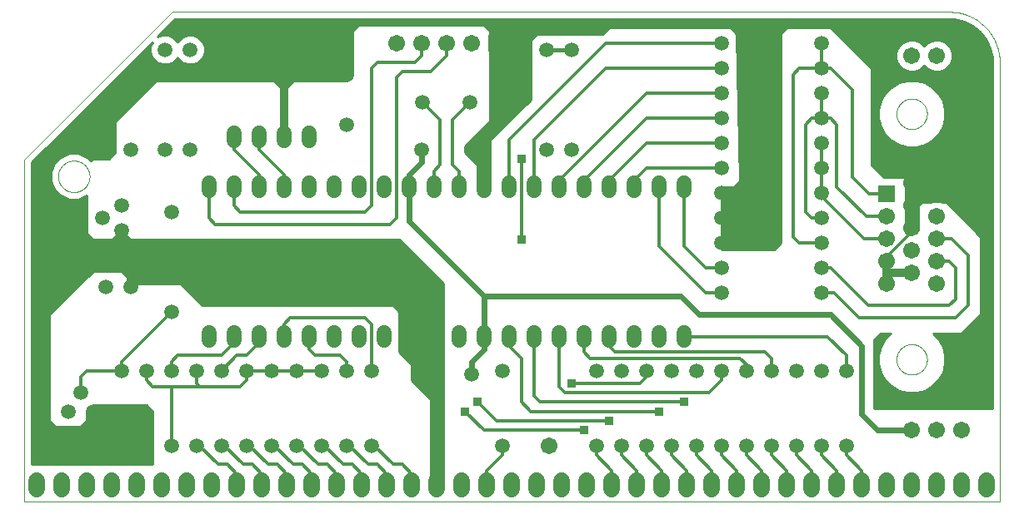
<source format=gbl>
G75*
%MOIN*%
%OFA0B0*%
%FSLAX25Y25*%
%IPPOS*%
%LPD*%
%AMOC8*
5,1,8,0,0,1.08239X$1,22.5*
%
%ADD10C,0.00000*%
%ADD11C,0.06732*%
%ADD12C,0.05984*%
%ADD13C,0.05984*%
%ADD14R,0.06732X0.06732*%
%ADD15C,0.06732*%
%ADD16C,0.01400*%
%ADD17C,0.01200*%
%ADD18C,0.03200*%
%ADD19C,0.01000*%
%ADD20C,0.02400*%
%ADD21C,0.01600*%
%ADD22R,0.03369X0.03369*%
D10*
X0001500Y0001000D02*
X0001500Y0138201D01*
X0060598Y0197299D01*
X0371602Y0197299D01*
X0372087Y0197293D01*
X0372572Y0197276D01*
X0373056Y0197246D01*
X0373540Y0197205D01*
X0374022Y0197153D01*
X0374503Y0197088D01*
X0374982Y0197012D01*
X0375460Y0196925D01*
X0375935Y0196826D01*
X0376407Y0196716D01*
X0376877Y0196594D01*
X0377344Y0196461D01*
X0377807Y0196316D01*
X0378266Y0196161D01*
X0378722Y0195994D01*
X0379174Y0195817D01*
X0379621Y0195628D01*
X0380063Y0195429D01*
X0380501Y0195219D01*
X0380933Y0194999D01*
X0381360Y0194768D01*
X0381781Y0194527D01*
X0382196Y0194276D01*
X0382606Y0194015D01*
X0383008Y0193745D01*
X0383404Y0193464D01*
X0383793Y0193174D01*
X0384175Y0192875D01*
X0384550Y0192567D01*
X0384917Y0192249D01*
X0385276Y0191923D01*
X0385627Y0191589D01*
X0385971Y0191245D01*
X0386305Y0190894D01*
X0386631Y0190535D01*
X0386949Y0190168D01*
X0387257Y0189793D01*
X0387556Y0189411D01*
X0387846Y0189022D01*
X0388127Y0188626D01*
X0388397Y0188224D01*
X0388658Y0187814D01*
X0388909Y0187399D01*
X0389150Y0186978D01*
X0389381Y0186551D01*
X0389601Y0186119D01*
X0389811Y0185681D01*
X0390010Y0185239D01*
X0390199Y0184792D01*
X0390376Y0184340D01*
X0390543Y0183884D01*
X0390698Y0183425D01*
X0390843Y0182962D01*
X0390976Y0182495D01*
X0391098Y0182025D01*
X0391208Y0181553D01*
X0391307Y0181078D01*
X0391394Y0180600D01*
X0391470Y0180121D01*
X0391535Y0179640D01*
X0391587Y0179158D01*
X0391628Y0178674D01*
X0391658Y0178190D01*
X0391675Y0177705D01*
X0391681Y0177220D01*
X0391681Y0001000D01*
X0001500Y0001000D01*
X0015000Y0131402D02*
X0015002Y0131560D01*
X0015008Y0131718D01*
X0015018Y0131876D01*
X0015032Y0132034D01*
X0015050Y0132191D01*
X0015071Y0132348D01*
X0015097Y0132504D01*
X0015127Y0132660D01*
X0015160Y0132815D01*
X0015198Y0132968D01*
X0015239Y0133121D01*
X0015284Y0133273D01*
X0015333Y0133424D01*
X0015386Y0133573D01*
X0015442Y0133721D01*
X0015502Y0133867D01*
X0015566Y0134012D01*
X0015634Y0134155D01*
X0015705Y0134297D01*
X0015779Y0134437D01*
X0015857Y0134574D01*
X0015939Y0134710D01*
X0016023Y0134844D01*
X0016112Y0134975D01*
X0016203Y0135104D01*
X0016298Y0135231D01*
X0016395Y0135356D01*
X0016496Y0135478D01*
X0016600Y0135597D01*
X0016707Y0135714D01*
X0016817Y0135828D01*
X0016930Y0135939D01*
X0017045Y0136048D01*
X0017163Y0136153D01*
X0017284Y0136255D01*
X0017407Y0136355D01*
X0017533Y0136451D01*
X0017661Y0136544D01*
X0017791Y0136634D01*
X0017924Y0136720D01*
X0018059Y0136804D01*
X0018195Y0136883D01*
X0018334Y0136960D01*
X0018475Y0137032D01*
X0018617Y0137102D01*
X0018761Y0137167D01*
X0018907Y0137229D01*
X0019054Y0137287D01*
X0019203Y0137342D01*
X0019353Y0137393D01*
X0019504Y0137440D01*
X0019656Y0137483D01*
X0019809Y0137522D01*
X0019964Y0137558D01*
X0020119Y0137589D01*
X0020275Y0137617D01*
X0020431Y0137641D01*
X0020588Y0137661D01*
X0020746Y0137677D01*
X0020903Y0137689D01*
X0021062Y0137697D01*
X0021220Y0137701D01*
X0021378Y0137701D01*
X0021536Y0137697D01*
X0021695Y0137689D01*
X0021852Y0137677D01*
X0022010Y0137661D01*
X0022167Y0137641D01*
X0022323Y0137617D01*
X0022479Y0137589D01*
X0022634Y0137558D01*
X0022789Y0137522D01*
X0022942Y0137483D01*
X0023094Y0137440D01*
X0023245Y0137393D01*
X0023395Y0137342D01*
X0023544Y0137287D01*
X0023691Y0137229D01*
X0023837Y0137167D01*
X0023981Y0137102D01*
X0024123Y0137032D01*
X0024264Y0136960D01*
X0024403Y0136883D01*
X0024539Y0136804D01*
X0024674Y0136720D01*
X0024807Y0136634D01*
X0024937Y0136544D01*
X0025065Y0136451D01*
X0025191Y0136355D01*
X0025314Y0136255D01*
X0025435Y0136153D01*
X0025553Y0136048D01*
X0025668Y0135939D01*
X0025781Y0135828D01*
X0025891Y0135714D01*
X0025998Y0135597D01*
X0026102Y0135478D01*
X0026203Y0135356D01*
X0026300Y0135231D01*
X0026395Y0135104D01*
X0026486Y0134975D01*
X0026575Y0134844D01*
X0026659Y0134710D01*
X0026741Y0134574D01*
X0026819Y0134437D01*
X0026893Y0134297D01*
X0026964Y0134155D01*
X0027032Y0134012D01*
X0027096Y0133867D01*
X0027156Y0133721D01*
X0027212Y0133573D01*
X0027265Y0133424D01*
X0027314Y0133273D01*
X0027359Y0133121D01*
X0027400Y0132968D01*
X0027438Y0132815D01*
X0027471Y0132660D01*
X0027501Y0132504D01*
X0027527Y0132348D01*
X0027548Y0132191D01*
X0027566Y0132034D01*
X0027580Y0131876D01*
X0027590Y0131718D01*
X0027596Y0131560D01*
X0027598Y0131402D01*
X0027596Y0131244D01*
X0027590Y0131086D01*
X0027580Y0130928D01*
X0027566Y0130770D01*
X0027548Y0130613D01*
X0027527Y0130456D01*
X0027501Y0130300D01*
X0027471Y0130144D01*
X0027438Y0129989D01*
X0027400Y0129836D01*
X0027359Y0129683D01*
X0027314Y0129531D01*
X0027265Y0129380D01*
X0027212Y0129231D01*
X0027156Y0129083D01*
X0027096Y0128937D01*
X0027032Y0128792D01*
X0026964Y0128649D01*
X0026893Y0128507D01*
X0026819Y0128367D01*
X0026741Y0128230D01*
X0026659Y0128094D01*
X0026575Y0127960D01*
X0026486Y0127829D01*
X0026395Y0127700D01*
X0026300Y0127573D01*
X0026203Y0127448D01*
X0026102Y0127326D01*
X0025998Y0127207D01*
X0025891Y0127090D01*
X0025781Y0126976D01*
X0025668Y0126865D01*
X0025553Y0126756D01*
X0025435Y0126651D01*
X0025314Y0126549D01*
X0025191Y0126449D01*
X0025065Y0126353D01*
X0024937Y0126260D01*
X0024807Y0126170D01*
X0024674Y0126084D01*
X0024539Y0126000D01*
X0024403Y0125921D01*
X0024264Y0125844D01*
X0024123Y0125772D01*
X0023981Y0125702D01*
X0023837Y0125637D01*
X0023691Y0125575D01*
X0023544Y0125517D01*
X0023395Y0125462D01*
X0023245Y0125411D01*
X0023094Y0125364D01*
X0022942Y0125321D01*
X0022789Y0125282D01*
X0022634Y0125246D01*
X0022479Y0125215D01*
X0022323Y0125187D01*
X0022167Y0125163D01*
X0022010Y0125143D01*
X0021852Y0125127D01*
X0021695Y0125115D01*
X0021536Y0125107D01*
X0021378Y0125103D01*
X0021220Y0125103D01*
X0021062Y0125107D01*
X0020903Y0125115D01*
X0020746Y0125127D01*
X0020588Y0125143D01*
X0020431Y0125163D01*
X0020275Y0125187D01*
X0020119Y0125215D01*
X0019964Y0125246D01*
X0019809Y0125282D01*
X0019656Y0125321D01*
X0019504Y0125364D01*
X0019353Y0125411D01*
X0019203Y0125462D01*
X0019054Y0125517D01*
X0018907Y0125575D01*
X0018761Y0125637D01*
X0018617Y0125702D01*
X0018475Y0125772D01*
X0018334Y0125844D01*
X0018195Y0125921D01*
X0018059Y0126000D01*
X0017924Y0126084D01*
X0017791Y0126170D01*
X0017661Y0126260D01*
X0017533Y0126353D01*
X0017407Y0126449D01*
X0017284Y0126549D01*
X0017163Y0126651D01*
X0017045Y0126756D01*
X0016930Y0126865D01*
X0016817Y0126976D01*
X0016707Y0127090D01*
X0016600Y0127207D01*
X0016496Y0127326D01*
X0016395Y0127448D01*
X0016298Y0127573D01*
X0016203Y0127700D01*
X0016112Y0127829D01*
X0016023Y0127960D01*
X0015939Y0128094D01*
X0015857Y0128230D01*
X0015779Y0128367D01*
X0015705Y0128507D01*
X0015634Y0128649D01*
X0015566Y0128792D01*
X0015502Y0128937D01*
X0015442Y0129083D01*
X0015386Y0129231D01*
X0015333Y0129380D01*
X0015284Y0129531D01*
X0015239Y0129683D01*
X0015198Y0129836D01*
X0015160Y0129989D01*
X0015127Y0130144D01*
X0015097Y0130300D01*
X0015071Y0130456D01*
X0015050Y0130613D01*
X0015032Y0130770D01*
X0015018Y0130928D01*
X0015008Y0131086D01*
X0015002Y0131244D01*
X0015000Y0131402D01*
X0350398Y0156463D02*
X0350400Y0156619D01*
X0350406Y0156775D01*
X0350416Y0156930D01*
X0350430Y0157085D01*
X0350448Y0157240D01*
X0350470Y0157394D01*
X0350495Y0157548D01*
X0350525Y0157701D01*
X0350559Y0157853D01*
X0350596Y0158005D01*
X0350637Y0158155D01*
X0350682Y0158304D01*
X0350731Y0158452D01*
X0350784Y0158599D01*
X0350840Y0158744D01*
X0350900Y0158888D01*
X0350964Y0159030D01*
X0351032Y0159171D01*
X0351103Y0159309D01*
X0351177Y0159446D01*
X0351255Y0159581D01*
X0351336Y0159714D01*
X0351421Y0159845D01*
X0351509Y0159974D01*
X0351600Y0160100D01*
X0351695Y0160224D01*
X0351792Y0160345D01*
X0351893Y0160464D01*
X0351997Y0160581D01*
X0352103Y0160694D01*
X0352213Y0160805D01*
X0352325Y0160913D01*
X0352440Y0161018D01*
X0352558Y0161121D01*
X0352678Y0161220D01*
X0352801Y0161316D01*
X0352926Y0161409D01*
X0353053Y0161498D01*
X0353183Y0161585D01*
X0353315Y0161668D01*
X0353449Y0161747D01*
X0353585Y0161824D01*
X0353723Y0161896D01*
X0353862Y0161966D01*
X0354004Y0162031D01*
X0354147Y0162093D01*
X0354291Y0162151D01*
X0354437Y0162206D01*
X0354585Y0162257D01*
X0354733Y0162304D01*
X0354883Y0162347D01*
X0355034Y0162386D01*
X0355186Y0162422D01*
X0355338Y0162453D01*
X0355492Y0162481D01*
X0355646Y0162505D01*
X0355800Y0162525D01*
X0355955Y0162541D01*
X0356111Y0162553D01*
X0356266Y0162561D01*
X0356422Y0162565D01*
X0356578Y0162565D01*
X0356734Y0162561D01*
X0356889Y0162553D01*
X0357045Y0162541D01*
X0357200Y0162525D01*
X0357354Y0162505D01*
X0357508Y0162481D01*
X0357662Y0162453D01*
X0357814Y0162422D01*
X0357966Y0162386D01*
X0358117Y0162347D01*
X0358267Y0162304D01*
X0358415Y0162257D01*
X0358563Y0162206D01*
X0358709Y0162151D01*
X0358853Y0162093D01*
X0358996Y0162031D01*
X0359138Y0161966D01*
X0359277Y0161896D01*
X0359415Y0161824D01*
X0359551Y0161747D01*
X0359685Y0161668D01*
X0359817Y0161585D01*
X0359947Y0161498D01*
X0360074Y0161409D01*
X0360199Y0161316D01*
X0360322Y0161220D01*
X0360442Y0161121D01*
X0360560Y0161018D01*
X0360675Y0160913D01*
X0360787Y0160805D01*
X0360897Y0160694D01*
X0361003Y0160581D01*
X0361107Y0160464D01*
X0361208Y0160345D01*
X0361305Y0160224D01*
X0361400Y0160100D01*
X0361491Y0159974D01*
X0361579Y0159845D01*
X0361664Y0159714D01*
X0361745Y0159581D01*
X0361823Y0159446D01*
X0361897Y0159309D01*
X0361968Y0159171D01*
X0362036Y0159030D01*
X0362100Y0158888D01*
X0362160Y0158744D01*
X0362216Y0158599D01*
X0362269Y0158452D01*
X0362318Y0158304D01*
X0362363Y0158155D01*
X0362404Y0158005D01*
X0362441Y0157853D01*
X0362475Y0157701D01*
X0362505Y0157548D01*
X0362530Y0157394D01*
X0362552Y0157240D01*
X0362570Y0157085D01*
X0362584Y0156930D01*
X0362594Y0156775D01*
X0362600Y0156619D01*
X0362602Y0156463D01*
X0362600Y0156307D01*
X0362594Y0156151D01*
X0362584Y0155996D01*
X0362570Y0155841D01*
X0362552Y0155686D01*
X0362530Y0155532D01*
X0362505Y0155378D01*
X0362475Y0155225D01*
X0362441Y0155073D01*
X0362404Y0154921D01*
X0362363Y0154771D01*
X0362318Y0154622D01*
X0362269Y0154474D01*
X0362216Y0154327D01*
X0362160Y0154182D01*
X0362100Y0154038D01*
X0362036Y0153896D01*
X0361968Y0153755D01*
X0361897Y0153617D01*
X0361823Y0153480D01*
X0361745Y0153345D01*
X0361664Y0153212D01*
X0361579Y0153081D01*
X0361491Y0152952D01*
X0361400Y0152826D01*
X0361305Y0152702D01*
X0361208Y0152581D01*
X0361107Y0152462D01*
X0361003Y0152345D01*
X0360897Y0152232D01*
X0360787Y0152121D01*
X0360675Y0152013D01*
X0360560Y0151908D01*
X0360442Y0151805D01*
X0360322Y0151706D01*
X0360199Y0151610D01*
X0360074Y0151517D01*
X0359947Y0151428D01*
X0359817Y0151341D01*
X0359685Y0151258D01*
X0359551Y0151179D01*
X0359415Y0151102D01*
X0359277Y0151030D01*
X0359138Y0150960D01*
X0358996Y0150895D01*
X0358853Y0150833D01*
X0358709Y0150775D01*
X0358563Y0150720D01*
X0358415Y0150669D01*
X0358267Y0150622D01*
X0358117Y0150579D01*
X0357966Y0150540D01*
X0357814Y0150504D01*
X0357662Y0150473D01*
X0357508Y0150445D01*
X0357354Y0150421D01*
X0357200Y0150401D01*
X0357045Y0150385D01*
X0356889Y0150373D01*
X0356734Y0150365D01*
X0356578Y0150361D01*
X0356422Y0150361D01*
X0356266Y0150365D01*
X0356111Y0150373D01*
X0355955Y0150385D01*
X0355800Y0150401D01*
X0355646Y0150421D01*
X0355492Y0150445D01*
X0355338Y0150473D01*
X0355186Y0150504D01*
X0355034Y0150540D01*
X0354883Y0150579D01*
X0354733Y0150622D01*
X0354585Y0150669D01*
X0354437Y0150720D01*
X0354291Y0150775D01*
X0354147Y0150833D01*
X0354004Y0150895D01*
X0353862Y0150960D01*
X0353723Y0151030D01*
X0353585Y0151102D01*
X0353449Y0151179D01*
X0353315Y0151258D01*
X0353183Y0151341D01*
X0353053Y0151428D01*
X0352926Y0151517D01*
X0352801Y0151610D01*
X0352678Y0151706D01*
X0352558Y0151805D01*
X0352440Y0151908D01*
X0352325Y0152013D01*
X0352213Y0152121D01*
X0352103Y0152232D01*
X0351997Y0152345D01*
X0351893Y0152462D01*
X0351792Y0152581D01*
X0351695Y0152702D01*
X0351600Y0152826D01*
X0351509Y0152952D01*
X0351421Y0153081D01*
X0351336Y0153212D01*
X0351255Y0153345D01*
X0351177Y0153480D01*
X0351103Y0153617D01*
X0351032Y0153755D01*
X0350964Y0153896D01*
X0350900Y0154038D01*
X0350840Y0154182D01*
X0350784Y0154327D01*
X0350731Y0154474D01*
X0350682Y0154622D01*
X0350637Y0154771D01*
X0350596Y0154921D01*
X0350559Y0155073D01*
X0350525Y0155225D01*
X0350495Y0155378D01*
X0350470Y0155532D01*
X0350448Y0155686D01*
X0350430Y0155841D01*
X0350416Y0155996D01*
X0350406Y0156151D01*
X0350400Y0156307D01*
X0350398Y0156463D01*
X0350398Y0058037D02*
X0350400Y0058193D01*
X0350406Y0058349D01*
X0350416Y0058504D01*
X0350430Y0058659D01*
X0350448Y0058814D01*
X0350470Y0058968D01*
X0350495Y0059122D01*
X0350525Y0059275D01*
X0350559Y0059427D01*
X0350596Y0059579D01*
X0350637Y0059729D01*
X0350682Y0059878D01*
X0350731Y0060026D01*
X0350784Y0060173D01*
X0350840Y0060318D01*
X0350900Y0060462D01*
X0350964Y0060604D01*
X0351032Y0060745D01*
X0351103Y0060883D01*
X0351177Y0061020D01*
X0351255Y0061155D01*
X0351336Y0061288D01*
X0351421Y0061419D01*
X0351509Y0061548D01*
X0351600Y0061674D01*
X0351695Y0061798D01*
X0351792Y0061919D01*
X0351893Y0062038D01*
X0351997Y0062155D01*
X0352103Y0062268D01*
X0352213Y0062379D01*
X0352325Y0062487D01*
X0352440Y0062592D01*
X0352558Y0062695D01*
X0352678Y0062794D01*
X0352801Y0062890D01*
X0352926Y0062983D01*
X0353053Y0063072D01*
X0353183Y0063159D01*
X0353315Y0063242D01*
X0353449Y0063321D01*
X0353585Y0063398D01*
X0353723Y0063470D01*
X0353862Y0063540D01*
X0354004Y0063605D01*
X0354147Y0063667D01*
X0354291Y0063725D01*
X0354437Y0063780D01*
X0354585Y0063831D01*
X0354733Y0063878D01*
X0354883Y0063921D01*
X0355034Y0063960D01*
X0355186Y0063996D01*
X0355338Y0064027D01*
X0355492Y0064055D01*
X0355646Y0064079D01*
X0355800Y0064099D01*
X0355955Y0064115D01*
X0356111Y0064127D01*
X0356266Y0064135D01*
X0356422Y0064139D01*
X0356578Y0064139D01*
X0356734Y0064135D01*
X0356889Y0064127D01*
X0357045Y0064115D01*
X0357200Y0064099D01*
X0357354Y0064079D01*
X0357508Y0064055D01*
X0357662Y0064027D01*
X0357814Y0063996D01*
X0357966Y0063960D01*
X0358117Y0063921D01*
X0358267Y0063878D01*
X0358415Y0063831D01*
X0358563Y0063780D01*
X0358709Y0063725D01*
X0358853Y0063667D01*
X0358996Y0063605D01*
X0359138Y0063540D01*
X0359277Y0063470D01*
X0359415Y0063398D01*
X0359551Y0063321D01*
X0359685Y0063242D01*
X0359817Y0063159D01*
X0359947Y0063072D01*
X0360074Y0062983D01*
X0360199Y0062890D01*
X0360322Y0062794D01*
X0360442Y0062695D01*
X0360560Y0062592D01*
X0360675Y0062487D01*
X0360787Y0062379D01*
X0360897Y0062268D01*
X0361003Y0062155D01*
X0361107Y0062038D01*
X0361208Y0061919D01*
X0361305Y0061798D01*
X0361400Y0061674D01*
X0361491Y0061548D01*
X0361579Y0061419D01*
X0361664Y0061288D01*
X0361745Y0061155D01*
X0361823Y0061020D01*
X0361897Y0060883D01*
X0361968Y0060745D01*
X0362036Y0060604D01*
X0362100Y0060462D01*
X0362160Y0060318D01*
X0362216Y0060173D01*
X0362269Y0060026D01*
X0362318Y0059878D01*
X0362363Y0059729D01*
X0362404Y0059579D01*
X0362441Y0059427D01*
X0362475Y0059275D01*
X0362505Y0059122D01*
X0362530Y0058968D01*
X0362552Y0058814D01*
X0362570Y0058659D01*
X0362584Y0058504D01*
X0362594Y0058349D01*
X0362600Y0058193D01*
X0362602Y0058037D01*
X0362600Y0057881D01*
X0362594Y0057725D01*
X0362584Y0057570D01*
X0362570Y0057415D01*
X0362552Y0057260D01*
X0362530Y0057106D01*
X0362505Y0056952D01*
X0362475Y0056799D01*
X0362441Y0056647D01*
X0362404Y0056495D01*
X0362363Y0056345D01*
X0362318Y0056196D01*
X0362269Y0056048D01*
X0362216Y0055901D01*
X0362160Y0055756D01*
X0362100Y0055612D01*
X0362036Y0055470D01*
X0361968Y0055329D01*
X0361897Y0055191D01*
X0361823Y0055054D01*
X0361745Y0054919D01*
X0361664Y0054786D01*
X0361579Y0054655D01*
X0361491Y0054526D01*
X0361400Y0054400D01*
X0361305Y0054276D01*
X0361208Y0054155D01*
X0361107Y0054036D01*
X0361003Y0053919D01*
X0360897Y0053806D01*
X0360787Y0053695D01*
X0360675Y0053587D01*
X0360560Y0053482D01*
X0360442Y0053379D01*
X0360322Y0053280D01*
X0360199Y0053184D01*
X0360074Y0053091D01*
X0359947Y0053002D01*
X0359817Y0052915D01*
X0359685Y0052832D01*
X0359551Y0052753D01*
X0359415Y0052676D01*
X0359277Y0052604D01*
X0359138Y0052534D01*
X0358996Y0052469D01*
X0358853Y0052407D01*
X0358709Y0052349D01*
X0358563Y0052294D01*
X0358415Y0052243D01*
X0358267Y0052196D01*
X0358117Y0052153D01*
X0357966Y0052114D01*
X0357814Y0052078D01*
X0357662Y0052047D01*
X0357508Y0052019D01*
X0357354Y0051995D01*
X0357200Y0051975D01*
X0357045Y0051959D01*
X0356889Y0051947D01*
X0356734Y0051939D01*
X0356578Y0051935D01*
X0356422Y0051935D01*
X0356266Y0051939D01*
X0356111Y0051947D01*
X0355955Y0051959D01*
X0355800Y0051975D01*
X0355646Y0051995D01*
X0355492Y0052019D01*
X0355338Y0052047D01*
X0355186Y0052078D01*
X0355034Y0052114D01*
X0354883Y0052153D01*
X0354733Y0052196D01*
X0354585Y0052243D01*
X0354437Y0052294D01*
X0354291Y0052349D01*
X0354147Y0052407D01*
X0354004Y0052469D01*
X0353862Y0052534D01*
X0353723Y0052604D01*
X0353585Y0052676D01*
X0353449Y0052753D01*
X0353315Y0052832D01*
X0353183Y0052915D01*
X0353053Y0053002D01*
X0352926Y0053091D01*
X0352801Y0053184D01*
X0352678Y0053280D01*
X0352558Y0053379D01*
X0352440Y0053482D01*
X0352325Y0053587D01*
X0352213Y0053695D01*
X0352103Y0053806D01*
X0351997Y0053919D01*
X0351893Y0054036D01*
X0351792Y0054155D01*
X0351695Y0054276D01*
X0351600Y0054400D01*
X0351509Y0054526D01*
X0351421Y0054655D01*
X0351336Y0054786D01*
X0351255Y0054919D01*
X0351177Y0055054D01*
X0351103Y0055191D01*
X0351032Y0055329D01*
X0350964Y0055470D01*
X0350900Y0055612D01*
X0350840Y0055756D01*
X0350784Y0055901D01*
X0350731Y0056048D01*
X0350682Y0056196D01*
X0350637Y0056345D01*
X0350596Y0056495D01*
X0350559Y0056647D01*
X0350525Y0056799D01*
X0350495Y0056952D01*
X0350470Y0057106D01*
X0350448Y0057260D01*
X0350430Y0057415D01*
X0350416Y0057570D01*
X0350406Y0057725D01*
X0350400Y0057881D01*
X0350398Y0058037D01*
D11*
X0346500Y0009267D02*
X0346500Y0006237D01*
X0356500Y0006237D02*
X0356500Y0009267D01*
X0366500Y0009267D02*
X0366500Y0006237D01*
X0376500Y0006237D02*
X0376500Y0009267D01*
X0386500Y0009267D02*
X0386500Y0006237D01*
X0336500Y0006237D02*
X0336500Y0009267D01*
X0326500Y0009267D02*
X0326500Y0006237D01*
X0316500Y0006237D02*
X0316500Y0009267D01*
X0306500Y0009267D02*
X0306500Y0006237D01*
X0296500Y0006237D02*
X0296500Y0009267D01*
X0286500Y0009267D02*
X0286500Y0006237D01*
X0276500Y0006237D02*
X0276500Y0009267D01*
X0266500Y0009267D02*
X0266500Y0006237D01*
X0256500Y0006237D02*
X0256500Y0009267D01*
X0246500Y0009267D02*
X0246500Y0006237D01*
X0236500Y0006237D02*
X0236500Y0009267D01*
X0226500Y0009267D02*
X0226500Y0006237D01*
X0216500Y0006237D02*
X0216500Y0009267D01*
X0206500Y0009267D02*
X0206500Y0006237D01*
X0196500Y0006237D02*
X0196500Y0009267D01*
X0186500Y0009267D02*
X0186500Y0006237D01*
X0176500Y0006237D02*
X0176500Y0009267D01*
X0166500Y0009267D02*
X0166500Y0006237D01*
X0156500Y0006237D02*
X0156500Y0009267D01*
X0146500Y0009267D02*
X0146500Y0006237D01*
X0136500Y0006237D02*
X0136500Y0009267D01*
X0126500Y0009267D02*
X0126500Y0006237D01*
X0116500Y0006237D02*
X0116500Y0009267D01*
X0106500Y0009267D02*
X0106500Y0006237D01*
X0096500Y0006237D02*
X0096500Y0009267D01*
X0086500Y0009267D02*
X0086500Y0006237D01*
X0076500Y0006237D02*
X0076500Y0009267D01*
X0066500Y0009267D02*
X0066500Y0006237D01*
X0056500Y0006237D02*
X0056500Y0009267D01*
X0046500Y0009267D02*
X0046500Y0006237D01*
X0036500Y0006237D02*
X0036500Y0009267D01*
X0026500Y0009267D02*
X0026500Y0006237D01*
X0016500Y0006237D02*
X0016500Y0009267D01*
X0006500Y0009267D02*
X0006500Y0006237D01*
D12*
X0075250Y0065904D02*
X0075250Y0068596D01*
X0085250Y0068596D02*
X0085250Y0065904D01*
X0095250Y0065904D02*
X0095250Y0068596D01*
X0105250Y0068596D02*
X0105250Y0065904D01*
X0115250Y0065904D02*
X0115250Y0068596D01*
X0125250Y0068596D02*
X0125250Y0065904D01*
X0135250Y0065904D02*
X0135250Y0068596D01*
X0145250Y0068596D02*
X0145250Y0065904D01*
X0155250Y0065904D02*
X0155250Y0068596D01*
X0165250Y0068596D02*
X0165250Y0065904D01*
X0175250Y0065904D02*
X0175250Y0068596D01*
X0185250Y0068596D02*
X0185250Y0065904D01*
X0195250Y0065904D02*
X0195250Y0068596D01*
X0205250Y0068596D02*
X0205250Y0065904D01*
X0215250Y0065904D02*
X0215250Y0068596D01*
X0225250Y0068596D02*
X0225250Y0065904D01*
X0235250Y0065904D02*
X0235250Y0068596D01*
X0245250Y0068596D02*
X0245250Y0065904D01*
X0255250Y0065904D02*
X0255250Y0068596D01*
X0265250Y0068596D02*
X0265250Y0065904D01*
X0265250Y0125904D02*
X0265250Y0128596D01*
X0255250Y0128596D02*
X0255250Y0125904D01*
X0245250Y0125904D02*
X0245250Y0128596D01*
X0235250Y0128596D02*
X0235250Y0125904D01*
X0225250Y0125904D02*
X0225250Y0128596D01*
X0215250Y0128596D02*
X0215250Y0125904D01*
X0205250Y0125904D02*
X0205250Y0128596D01*
X0195250Y0128596D02*
X0195250Y0125904D01*
X0185250Y0125904D02*
X0185250Y0128596D01*
X0175250Y0128596D02*
X0175250Y0125904D01*
X0165250Y0125904D02*
X0165250Y0128596D01*
X0155250Y0128596D02*
X0155250Y0125904D01*
X0145250Y0125904D02*
X0145250Y0128596D01*
X0135250Y0128596D02*
X0135250Y0125904D01*
X0125250Y0125904D02*
X0125250Y0128596D01*
X0115250Y0128596D02*
X0115250Y0125904D01*
X0105250Y0125904D02*
X0105250Y0128596D01*
X0095250Y0128596D02*
X0095250Y0125904D01*
X0085250Y0125904D02*
X0085250Y0128596D01*
X0075250Y0128596D02*
X0075250Y0125904D01*
X0085250Y0145904D02*
X0085250Y0148596D01*
X0095250Y0148596D02*
X0095250Y0145904D01*
X0105250Y0145904D02*
X0105250Y0148596D01*
X0115250Y0148596D02*
X0115250Y0145904D01*
X0115250Y0175904D02*
X0115250Y0178596D01*
X0105250Y0178596D02*
X0105250Y0175904D01*
X0095250Y0175904D02*
X0095250Y0178596D01*
X0085250Y0178596D02*
X0085250Y0175904D01*
D13*
X0067750Y0182250D03*
X0057750Y0182250D03*
X0130250Y0172250D03*
X0160750Y0161000D03*
X0179750Y0161000D03*
X0180250Y0142250D03*
X0160250Y0142250D03*
X0130250Y0152250D03*
X0067750Y0142250D03*
X0057750Y0142250D03*
X0044000Y0142250D03*
X0034000Y0142250D03*
X0040250Y0119750D03*
X0032750Y0114750D03*
X0040250Y0109750D03*
X0060250Y0117250D03*
X0044000Y0087250D03*
X0034000Y0087250D03*
X0060250Y0077250D03*
X0060250Y0053500D03*
X0070250Y0053500D03*
X0080250Y0053500D03*
X0090250Y0053500D03*
X0100250Y0053500D03*
X0110250Y0053500D03*
X0120250Y0053500D03*
X0130250Y0053500D03*
X0140250Y0053500D03*
X0160250Y0052250D03*
X0180250Y0052250D03*
X0192750Y0053500D03*
X0230250Y0053500D03*
X0240250Y0053500D03*
X0250250Y0053500D03*
X0260250Y0053500D03*
X0270250Y0053500D03*
X0280250Y0053500D03*
X0290250Y0053500D03*
X0300250Y0053500D03*
X0310250Y0053500D03*
X0320250Y0053500D03*
X0330250Y0053500D03*
X0330250Y0023500D03*
X0320250Y0023500D03*
X0310250Y0023500D03*
X0300250Y0023500D03*
X0290250Y0023500D03*
X0280250Y0023500D03*
X0270250Y0023500D03*
X0260250Y0023500D03*
X0250250Y0023500D03*
X0240250Y0023500D03*
X0230250Y0023500D03*
X0192750Y0023500D03*
X0140250Y0023500D03*
X0130250Y0023500D03*
X0120250Y0023500D03*
X0110250Y0023500D03*
X0100250Y0023500D03*
X0090250Y0023500D03*
X0080250Y0023500D03*
X0070250Y0023500D03*
X0060250Y0023500D03*
X0050250Y0023500D03*
X0040250Y0023500D03*
X0029000Y0037250D03*
X0019000Y0037250D03*
X0024000Y0044750D03*
X0040250Y0053500D03*
X0050250Y0053500D03*
X0210250Y0142250D03*
X0220250Y0142250D03*
X0280250Y0144750D03*
X0280250Y0134750D03*
X0280250Y0124750D03*
X0280250Y0114750D03*
X0280250Y0104750D03*
X0280250Y0094750D03*
X0280250Y0084750D03*
X0320250Y0084750D03*
X0320250Y0094750D03*
X0320250Y0104750D03*
X0320250Y0114750D03*
X0320250Y0124750D03*
X0320250Y0134750D03*
X0320250Y0144750D03*
X0320250Y0154750D03*
X0320250Y0164750D03*
X0320250Y0174750D03*
X0320250Y0184750D03*
X0280250Y0184750D03*
X0280250Y0174750D03*
X0280250Y0164750D03*
X0280250Y0154750D03*
X0220250Y0182250D03*
X0210250Y0182250D03*
D14*
X0190250Y0184750D03*
X0346500Y0124293D03*
D15*
X0356500Y0119793D03*
X0346500Y0115293D03*
X0356500Y0110793D03*
X0346500Y0106293D03*
X0356500Y0101793D03*
X0346500Y0097293D03*
X0356500Y0092793D03*
X0346500Y0088293D03*
X0366500Y0088293D03*
X0366500Y0097293D03*
X0366500Y0106293D03*
X0366500Y0115293D03*
X0366500Y0124293D03*
X0356500Y0128793D03*
X0356500Y0179750D03*
X0366500Y0179750D03*
X0366500Y0189750D03*
X0356500Y0189750D03*
X0180250Y0184750D03*
X0170250Y0184750D03*
X0160250Y0184750D03*
X0150250Y0184750D03*
X0356500Y0029750D03*
X0366500Y0029750D03*
X0376500Y0029750D03*
X0211500Y0023500D03*
D16*
X0225250Y0029750D02*
X0185250Y0029750D01*
X0177750Y0037250D01*
X0182750Y0041000D02*
X0190250Y0033500D01*
X0235250Y0033500D01*
X0230250Y0023500D02*
X0230250Y0019750D01*
X0236500Y0013500D01*
X0236500Y0007752D01*
X0246500Y0007752D02*
X0246500Y0013500D01*
X0240250Y0019750D01*
X0240250Y0023500D01*
X0250250Y0023500D02*
X0250250Y0019750D01*
X0256500Y0013500D01*
X0256500Y0007752D01*
X0266500Y0007752D02*
X0266500Y0013500D01*
X0260250Y0019750D01*
X0260250Y0023500D01*
X0270250Y0023500D02*
X0270250Y0019750D01*
X0276500Y0013500D01*
X0276500Y0007752D01*
X0286500Y0007752D02*
X0286500Y0013500D01*
X0280250Y0019750D01*
X0280250Y0023500D01*
X0290250Y0023500D02*
X0290250Y0019750D01*
X0296500Y0013500D01*
X0296500Y0007752D01*
X0306500Y0007752D02*
X0306500Y0013500D01*
X0300250Y0019750D01*
X0300250Y0023500D01*
X0310250Y0023500D02*
X0310250Y0019750D01*
X0316500Y0013500D01*
X0316500Y0007752D01*
X0326500Y0007752D02*
X0326500Y0013500D01*
X0320250Y0019750D01*
X0320250Y0023500D01*
X0330250Y0023500D02*
X0330250Y0019750D01*
X0336500Y0013500D01*
X0336500Y0007752D01*
X0265250Y0041000D02*
X0207750Y0041000D01*
X0205250Y0043500D01*
X0205250Y0067250D01*
X0215250Y0067250D02*
X0215250Y0047250D01*
X0217750Y0044750D01*
X0275250Y0044750D01*
X0280250Y0049750D01*
X0280250Y0053500D01*
X0287750Y0058500D02*
X0290250Y0056000D01*
X0290250Y0053500D01*
X0287750Y0058500D02*
X0227750Y0058500D01*
X0225250Y0061000D01*
X0225250Y0067250D01*
X0235250Y0067250D02*
X0235250Y0063500D01*
X0237750Y0061000D01*
X0297750Y0061000D01*
X0300250Y0058500D01*
X0300250Y0053500D01*
X0322750Y0067250D02*
X0330250Y0059750D01*
X0330250Y0053500D01*
X0322750Y0067250D02*
X0265250Y0067250D01*
X0250250Y0053500D02*
X0250250Y0051000D01*
X0247750Y0048500D01*
X0220250Y0048500D01*
X0204000Y0037250D02*
X0200250Y0041000D01*
X0200250Y0058500D01*
X0195250Y0063500D01*
X0195250Y0067250D01*
X0140250Y0072250D02*
X0140250Y0053500D01*
X0130250Y0053500D02*
X0130250Y0057250D01*
X0127750Y0059750D01*
X0117750Y0059750D01*
X0115250Y0062250D01*
X0115250Y0067250D01*
X0105250Y0067250D02*
X0105250Y0072250D01*
X0107750Y0074750D01*
X0137750Y0074750D01*
X0140250Y0072250D01*
X0120250Y0053500D02*
X0110250Y0053500D01*
X0100250Y0053500D01*
X0090250Y0053500D01*
X0090250Y0049750D01*
X0087750Y0047250D01*
X0071500Y0047250D01*
X0070250Y0048500D01*
X0070250Y0053500D01*
X0062750Y0059750D02*
X0060250Y0057250D01*
X0060250Y0053500D01*
X0060250Y0047250D02*
X0052750Y0047250D01*
X0050250Y0049750D01*
X0050250Y0053500D01*
X0040250Y0053500D02*
X0040250Y0057250D01*
X0060250Y0077250D01*
X0080250Y0059750D02*
X0085250Y0064750D01*
X0085250Y0067250D01*
X0086500Y0059750D02*
X0090250Y0059750D01*
X0095250Y0064750D01*
X0095250Y0067250D01*
X0086500Y0059750D02*
X0080250Y0053500D01*
X0071500Y0047250D02*
X0060250Y0047250D01*
X0060250Y0023500D01*
X0070250Y0023500D02*
X0071500Y0023500D01*
X0079000Y0016000D01*
X0082750Y0016000D01*
X0086500Y0012250D01*
X0086500Y0007752D01*
X0096500Y0007752D02*
X0096500Y0012250D01*
X0092750Y0016000D01*
X0089000Y0016000D01*
X0081500Y0023500D01*
X0080250Y0023500D01*
X0090250Y0023500D02*
X0091500Y0023500D01*
X0099000Y0016000D01*
X0102750Y0016000D01*
X0106500Y0012250D01*
X0106500Y0007752D01*
X0116500Y0007752D02*
X0116500Y0012250D01*
X0112750Y0016000D01*
X0109000Y0016000D01*
X0101500Y0023500D01*
X0100250Y0023500D01*
X0110250Y0023500D02*
X0111500Y0023500D01*
X0119000Y0016000D01*
X0122750Y0016000D01*
X0126500Y0012250D01*
X0126500Y0007752D01*
X0136500Y0007752D02*
X0136500Y0012250D01*
X0132750Y0016000D01*
X0129000Y0016000D01*
X0121500Y0023500D01*
X0120250Y0023500D01*
X0130250Y0023500D02*
X0131500Y0023500D01*
X0139000Y0016000D01*
X0142750Y0016000D01*
X0146500Y0012250D01*
X0146500Y0007752D01*
X0156500Y0007752D02*
X0156500Y0012250D01*
X0152750Y0016000D01*
X0149000Y0016000D01*
X0141500Y0023500D01*
X0140250Y0023500D01*
X0186500Y0013500D02*
X0186500Y0007752D01*
X0186500Y0013500D02*
X0192750Y0019750D01*
X0192750Y0023500D01*
X0204000Y0037250D02*
X0255250Y0037250D01*
X0325250Y0084750D02*
X0335250Y0074750D01*
X0374000Y0074750D01*
X0379000Y0079750D01*
X0379000Y0099750D01*
X0372457Y0106293D01*
X0366500Y0106293D01*
X0366500Y0097293D02*
X0371457Y0097293D01*
X0374000Y0094750D01*
X0374000Y0082250D01*
X0371500Y0079750D01*
X0339000Y0079750D01*
X0324000Y0094750D01*
X0320250Y0094750D01*
X0320250Y0104750D02*
X0311500Y0104750D01*
X0309000Y0107250D01*
X0309000Y0172250D01*
X0311500Y0174750D01*
X0320250Y0174750D01*
X0324000Y0174750D01*
X0332750Y0166000D01*
X0332750Y0131000D01*
X0339457Y0124293D01*
X0346500Y0124293D01*
X0346500Y0115293D02*
X0338457Y0115293D01*
X0326500Y0127250D01*
X0326500Y0152250D01*
X0324000Y0154750D01*
X0320250Y0154750D01*
X0316500Y0154750D01*
X0314000Y0152250D01*
X0314000Y0117250D01*
X0316500Y0114750D01*
X0320250Y0114750D01*
X0319000Y0124750D02*
X0337457Y0106293D01*
X0346500Y0106293D01*
X0320250Y0124750D02*
X0319000Y0124750D01*
X0320250Y0124750D02*
X0320250Y0134750D01*
X0320250Y0144750D01*
X0320250Y0154750D02*
X0320250Y0164750D01*
X0320250Y0174750D02*
X0320250Y0184750D01*
X0280250Y0184750D02*
X0234000Y0184750D01*
X0195250Y0146000D01*
X0195250Y0127250D01*
X0205250Y0127250D02*
X0205250Y0146000D01*
X0234000Y0174750D01*
X0280250Y0174750D01*
X0280250Y0164750D02*
X0250250Y0164750D01*
X0215250Y0129750D01*
X0215250Y0127250D01*
X0225250Y0127250D02*
X0225250Y0129750D01*
X0250250Y0154750D01*
X0280250Y0154750D01*
X0280250Y0144750D02*
X0250250Y0144750D01*
X0235250Y0129750D01*
X0235250Y0127250D01*
X0245250Y0127250D02*
X0245250Y0129750D01*
X0250250Y0134750D01*
X0280250Y0134750D01*
X0265250Y0127250D02*
X0265250Y0103500D01*
X0274000Y0094750D01*
X0280250Y0094750D01*
X0280250Y0084750D02*
X0274000Y0084750D01*
X0255250Y0103500D01*
X0255250Y0127250D01*
X0200250Y0138500D02*
X0200250Y0106000D01*
X0175250Y0127250D02*
X0175250Y0133500D01*
X0172750Y0136000D01*
X0172750Y0154000D01*
X0179750Y0161000D01*
X0167750Y0154000D02*
X0160750Y0161000D01*
X0167750Y0154000D02*
X0167750Y0136000D01*
X0165250Y0133500D01*
X0165250Y0127250D01*
X0150250Y0114750D02*
X0150250Y0171000D01*
X0152750Y0173500D01*
X0164000Y0173500D01*
X0170250Y0179750D01*
X0170250Y0184750D01*
X0160250Y0184750D02*
X0160250Y0179750D01*
X0157750Y0177250D01*
X0142750Y0177250D01*
X0140250Y0174750D01*
X0140250Y0119750D01*
X0137750Y0117250D01*
X0087750Y0117250D01*
X0085250Y0119750D01*
X0085250Y0127250D01*
X0075250Y0127250D02*
X0075250Y0114750D01*
X0077750Y0112250D01*
X0147750Y0112250D01*
X0150250Y0114750D01*
X0105250Y0127250D02*
X0105250Y0132250D01*
X0095250Y0142250D01*
X0095250Y0147250D01*
X0085250Y0147250D02*
X0085250Y0142250D01*
X0095250Y0132250D01*
X0095250Y0127250D01*
X0080250Y0059750D02*
X0062750Y0059750D01*
X0040250Y0053500D02*
X0026500Y0053500D01*
X0024000Y0051000D01*
X0024000Y0044750D01*
X0320250Y0084750D02*
X0325250Y0084750D01*
D17*
X0346500Y0097293D02*
X0346500Y0098950D01*
X0356500Y0108950D01*
X0356500Y0110793D01*
D18*
X0346500Y0097293D02*
X0346500Y0092250D01*
X0347043Y0092793D01*
X0356500Y0092793D01*
X0346500Y0092250D02*
X0346500Y0088293D01*
D19*
X0379894Y0071894D02*
X0388781Y0071894D01*
X0388781Y0070896D02*
X0378896Y0070896D01*
X0377897Y0069897D02*
X0388781Y0069897D01*
X0388781Y0068899D02*
X0376899Y0068899D01*
X0376500Y0068500D02*
X0384000Y0076000D01*
X0384000Y0107250D01*
X0370250Y0121000D01*
X0369097Y0121000D01*
X0367746Y0121559D01*
X0365254Y0121559D01*
X0363903Y0121000D01*
X0360250Y0121000D01*
X0359000Y0119750D01*
X0359000Y0109750D01*
X0354000Y0109750D01*
X0354000Y0131000D01*
X0345250Y0131000D01*
X0340250Y0136000D01*
X0340250Y0174750D01*
X0324000Y0191000D01*
X0306500Y0191000D01*
X0304000Y0188500D01*
X0304000Y0104750D01*
X0301500Y0102250D01*
X0280250Y0102250D01*
X0280250Y0127250D01*
X0285250Y0127250D01*
X0287750Y0129750D01*
X0286500Y0188500D01*
X0284000Y0191000D01*
X0235250Y0191000D01*
X0232750Y0188500D01*
X0206500Y0188500D01*
X0204000Y0186000D01*
X0204000Y0162250D01*
X0187750Y0146000D01*
X0187750Y0126000D01*
X0182750Y0126000D01*
X0182750Y0136000D01*
X0177750Y0141000D01*
X0177750Y0143500D01*
X0187750Y0153500D01*
X0187750Y0189750D01*
X0185250Y0192250D01*
X0135250Y0192250D01*
X0132750Y0189750D01*
X0132750Y0172250D01*
X0130250Y0169750D01*
X0109000Y0169750D01*
X0106500Y0167250D01*
X0106500Y0146000D01*
X0104000Y0146000D01*
X0104000Y0167250D01*
X0101500Y0169750D01*
X0054000Y0169750D01*
X0037750Y0153500D01*
X0037750Y0141000D01*
X0035250Y0138500D01*
X0029000Y0138500D01*
X0028105Y0137605D01*
X0026510Y0139200D01*
X0023129Y0140601D01*
X0019469Y0140601D01*
X0016088Y0139200D01*
X0013500Y0136613D01*
X0012100Y0133231D01*
X0012100Y0129572D01*
X0013500Y0126191D01*
X0016088Y0123603D01*
X0019469Y0122202D01*
X0023129Y0122202D01*
X0026500Y0123599D01*
X0026500Y0108500D01*
X0029000Y0106000D01*
X0036500Y0106000D01*
X0039000Y0108500D01*
X0041500Y0108500D01*
X0044000Y0106000D01*
X0151500Y0106000D01*
X0169000Y0088500D01*
X0169000Y0007250D01*
X0164000Y0007250D01*
X0164000Y0042250D01*
X0156500Y0049750D01*
X0156500Y0056000D01*
X0151500Y0061000D01*
X0151500Y0077250D01*
X0149000Y0079750D01*
X0072750Y0079750D01*
X0064000Y0088500D01*
X0042750Y0088500D01*
X0042750Y0091000D01*
X0040250Y0093500D01*
X0029000Y0093500D01*
X0011500Y0076000D01*
X0011500Y0033500D01*
X0014000Y0031000D01*
X0024000Y0031000D01*
X0026500Y0033500D01*
X0026500Y0037250D01*
X0029000Y0039750D01*
X0050250Y0039750D01*
X0052750Y0037250D01*
X0052750Y0016000D01*
X0004400Y0016000D01*
X0004400Y0137000D01*
X0052590Y0185190D01*
X0051858Y0183422D01*
X0051858Y0181078D01*
X0052755Y0178912D01*
X0054412Y0177255D01*
X0056578Y0176358D01*
X0058922Y0176358D01*
X0061088Y0177255D01*
X0062745Y0178912D01*
X0062750Y0178924D01*
X0062755Y0178912D01*
X0064412Y0177255D01*
X0066578Y0176358D01*
X0068922Y0176358D01*
X0071088Y0177255D01*
X0072745Y0178912D01*
X0073642Y0181078D01*
X0073642Y0183422D01*
X0072745Y0185588D01*
X0071088Y0187245D01*
X0068922Y0188142D01*
X0066578Y0188142D01*
X0064412Y0187245D01*
X0062755Y0185588D01*
X0062750Y0185576D01*
X0062745Y0185588D01*
X0061088Y0187245D01*
X0058922Y0188142D01*
X0056578Y0188142D01*
X0054810Y0187410D01*
X0061800Y0194399D01*
X0371602Y0194399D01*
X0373526Y0194291D01*
X0377276Y0193435D01*
X0380742Y0191766D01*
X0383750Y0189368D01*
X0386148Y0186360D01*
X0387817Y0182894D01*
X0388673Y0179144D01*
X0388781Y0177220D01*
X0388781Y0038500D01*
X0341500Y0038500D01*
X0341500Y0066000D01*
X0344000Y0068500D01*
X0348012Y0068500D01*
X0345777Y0066265D01*
X0344013Y0063210D01*
X0343100Y0059802D01*
X0343100Y0056273D01*
X0344013Y0052865D01*
X0345777Y0049810D01*
X0348272Y0047315D01*
X0351328Y0045551D01*
X0354736Y0044637D01*
X0358264Y0044637D01*
X0361672Y0045551D01*
X0364728Y0047315D01*
X0367223Y0049810D01*
X0368987Y0052865D01*
X0369900Y0056273D01*
X0369900Y0059802D01*
X0368987Y0063210D01*
X0367223Y0066265D01*
X0364988Y0068500D01*
X0376500Y0068500D01*
X0380893Y0072893D02*
X0388781Y0072893D01*
X0388781Y0073891D02*
X0381891Y0073891D01*
X0382890Y0074890D02*
X0388781Y0074890D01*
X0388781Y0075888D02*
X0383888Y0075888D01*
X0384000Y0076887D02*
X0388781Y0076887D01*
X0388781Y0077885D02*
X0384000Y0077885D01*
X0384000Y0078884D02*
X0388781Y0078884D01*
X0388781Y0079882D02*
X0384000Y0079882D01*
X0384000Y0080881D02*
X0388781Y0080881D01*
X0388781Y0081879D02*
X0384000Y0081879D01*
X0384000Y0082878D02*
X0388781Y0082878D01*
X0388781Y0083876D02*
X0384000Y0083876D01*
X0384000Y0084875D02*
X0388781Y0084875D01*
X0388781Y0085873D02*
X0384000Y0085873D01*
X0384000Y0086872D02*
X0388781Y0086872D01*
X0388781Y0087870D02*
X0384000Y0087870D01*
X0384000Y0088869D02*
X0388781Y0088869D01*
X0388781Y0089868D02*
X0384000Y0089868D01*
X0384000Y0090866D02*
X0388781Y0090866D01*
X0388781Y0091865D02*
X0384000Y0091865D01*
X0384000Y0092863D02*
X0388781Y0092863D01*
X0388781Y0093862D02*
X0384000Y0093862D01*
X0384000Y0094860D02*
X0388781Y0094860D01*
X0388781Y0095859D02*
X0384000Y0095859D01*
X0384000Y0096857D02*
X0388781Y0096857D01*
X0388781Y0097856D02*
X0384000Y0097856D01*
X0384000Y0098854D02*
X0388781Y0098854D01*
X0388781Y0099853D02*
X0384000Y0099853D01*
X0384000Y0100851D02*
X0388781Y0100851D01*
X0388781Y0101850D02*
X0384000Y0101850D01*
X0384000Y0102848D02*
X0388781Y0102848D01*
X0388781Y0103847D02*
X0384000Y0103847D01*
X0384000Y0104845D02*
X0388781Y0104845D01*
X0388781Y0105844D02*
X0384000Y0105844D01*
X0384000Y0106842D02*
X0388781Y0106842D01*
X0388781Y0107841D02*
X0383409Y0107841D01*
X0382411Y0108839D02*
X0388781Y0108839D01*
X0388781Y0109838D02*
X0381412Y0109838D01*
X0380414Y0110836D02*
X0388781Y0110836D01*
X0388781Y0111835D02*
X0379415Y0111835D01*
X0378417Y0112833D02*
X0388781Y0112833D01*
X0388781Y0113832D02*
X0377418Y0113832D01*
X0376420Y0114830D02*
X0388781Y0114830D01*
X0388781Y0115829D02*
X0375421Y0115829D01*
X0374423Y0116827D02*
X0388781Y0116827D01*
X0388781Y0117826D02*
X0373424Y0117826D01*
X0372426Y0118824D02*
X0388781Y0118824D01*
X0388781Y0119823D02*
X0371427Y0119823D01*
X0370429Y0120821D02*
X0388781Y0120821D01*
X0388781Y0121820D02*
X0354000Y0121820D01*
X0354000Y0122818D02*
X0388781Y0122818D01*
X0388781Y0123817D02*
X0354000Y0123817D01*
X0354000Y0124815D02*
X0388781Y0124815D01*
X0388781Y0125814D02*
X0354000Y0125814D01*
X0354000Y0126812D02*
X0388781Y0126812D01*
X0388781Y0127811D02*
X0354000Y0127811D01*
X0354000Y0128809D02*
X0388781Y0128809D01*
X0388781Y0129808D02*
X0354000Y0129808D01*
X0354000Y0130806D02*
X0388781Y0130806D01*
X0388781Y0131805D02*
X0344445Y0131805D01*
X0343447Y0132803D02*
X0388781Y0132803D01*
X0388781Y0133802D02*
X0342448Y0133802D01*
X0341449Y0134801D02*
X0388781Y0134801D01*
X0388781Y0135799D02*
X0340451Y0135799D01*
X0340250Y0136798D02*
X0388781Y0136798D01*
X0388781Y0137796D02*
X0340250Y0137796D01*
X0340250Y0138795D02*
X0388781Y0138795D01*
X0388781Y0139793D02*
X0340250Y0139793D01*
X0340250Y0140792D02*
X0388781Y0140792D01*
X0388781Y0141790D02*
X0340250Y0141790D01*
X0340250Y0142789D02*
X0388781Y0142789D01*
X0388781Y0143787D02*
X0360968Y0143787D01*
X0361672Y0143976D02*
X0358264Y0143063D01*
X0354736Y0143063D01*
X0351328Y0143976D01*
X0348272Y0145740D01*
X0345777Y0148235D01*
X0344013Y0151290D01*
X0343100Y0154698D01*
X0343100Y0158227D01*
X0344013Y0161635D01*
X0345777Y0164690D01*
X0348272Y0167185D01*
X0351328Y0168949D01*
X0354736Y0169863D01*
X0358264Y0169863D01*
X0361672Y0168949D01*
X0364728Y0167185D01*
X0367223Y0164690D01*
X0368987Y0161635D01*
X0369900Y0158227D01*
X0369900Y0154698D01*
X0368987Y0151290D01*
X0367223Y0148235D01*
X0364728Y0145740D01*
X0361672Y0143976D01*
X0363075Y0144786D02*
X0388781Y0144786D01*
X0388781Y0145784D02*
X0364772Y0145784D01*
X0365771Y0146783D02*
X0388781Y0146783D01*
X0388781Y0147781D02*
X0366769Y0147781D01*
X0367537Y0148780D02*
X0388781Y0148780D01*
X0388781Y0149778D02*
X0368114Y0149778D01*
X0368690Y0150777D02*
X0388781Y0150777D01*
X0388781Y0151775D02*
X0369117Y0151775D01*
X0369384Y0152774D02*
X0388781Y0152774D01*
X0388781Y0153772D02*
X0369652Y0153772D01*
X0369900Y0154771D02*
X0388781Y0154771D01*
X0388781Y0155769D02*
X0369900Y0155769D01*
X0369900Y0156768D02*
X0388781Y0156768D01*
X0388781Y0157766D02*
X0369900Y0157766D01*
X0369756Y0158765D02*
X0388781Y0158765D01*
X0388781Y0159763D02*
X0369488Y0159763D01*
X0369221Y0160762D02*
X0388781Y0160762D01*
X0388781Y0161760D02*
X0368914Y0161760D01*
X0368338Y0162759D02*
X0388781Y0162759D01*
X0388781Y0163757D02*
X0367761Y0163757D01*
X0367157Y0164756D02*
X0388781Y0164756D01*
X0388781Y0165754D02*
X0366159Y0165754D01*
X0365160Y0166753D02*
X0388781Y0166753D01*
X0388781Y0167751D02*
X0363747Y0167751D01*
X0362018Y0168750D02*
X0388781Y0168750D01*
X0388781Y0169748D02*
X0358690Y0169748D01*
X0354310Y0169748D02*
X0340250Y0169748D01*
X0340250Y0168750D02*
X0350982Y0168750D01*
X0349253Y0167751D02*
X0340250Y0167751D01*
X0340250Y0166753D02*
X0347840Y0166753D01*
X0346841Y0165754D02*
X0340250Y0165754D01*
X0340250Y0164756D02*
X0345843Y0164756D01*
X0345239Y0163757D02*
X0340250Y0163757D01*
X0340250Y0162759D02*
X0344662Y0162759D01*
X0344086Y0161760D02*
X0340250Y0161760D01*
X0340250Y0160762D02*
X0343779Y0160762D01*
X0343512Y0159763D02*
X0340250Y0159763D01*
X0340250Y0158765D02*
X0343244Y0158765D01*
X0343100Y0157766D02*
X0340250Y0157766D01*
X0340250Y0156768D02*
X0343100Y0156768D01*
X0343100Y0155769D02*
X0340250Y0155769D01*
X0340250Y0154771D02*
X0343100Y0154771D01*
X0343348Y0153772D02*
X0340250Y0153772D01*
X0340250Y0152774D02*
X0343616Y0152774D01*
X0343883Y0151775D02*
X0340250Y0151775D01*
X0340250Y0150777D02*
X0344310Y0150777D01*
X0344886Y0149778D02*
X0340250Y0149778D01*
X0340250Y0148780D02*
X0345463Y0148780D01*
X0346231Y0147781D02*
X0340250Y0147781D01*
X0340250Y0146783D02*
X0347229Y0146783D01*
X0348228Y0145784D02*
X0340250Y0145784D01*
X0340250Y0144786D02*
X0349925Y0144786D01*
X0352032Y0143787D02*
X0340250Y0143787D01*
X0304000Y0143787D02*
X0287451Y0143787D01*
X0287473Y0142789D02*
X0304000Y0142789D01*
X0304000Y0141790D02*
X0287494Y0141790D01*
X0287515Y0140792D02*
X0304000Y0140792D01*
X0304000Y0139793D02*
X0287536Y0139793D01*
X0287558Y0138795D02*
X0304000Y0138795D01*
X0304000Y0137796D02*
X0287579Y0137796D01*
X0287600Y0136798D02*
X0304000Y0136798D01*
X0304000Y0135799D02*
X0287621Y0135799D01*
X0287643Y0134801D02*
X0304000Y0134801D01*
X0304000Y0133802D02*
X0287664Y0133802D01*
X0287685Y0132803D02*
X0304000Y0132803D01*
X0304000Y0131805D02*
X0287706Y0131805D01*
X0287728Y0130806D02*
X0304000Y0130806D01*
X0304000Y0129808D02*
X0287749Y0129808D01*
X0286809Y0128809D02*
X0304000Y0128809D01*
X0304000Y0127811D02*
X0285811Y0127811D01*
X0280250Y0126812D02*
X0304000Y0126812D01*
X0304000Y0125814D02*
X0280250Y0125814D01*
X0280250Y0124815D02*
X0304000Y0124815D01*
X0304000Y0123817D02*
X0280250Y0123817D01*
X0280250Y0122818D02*
X0304000Y0122818D01*
X0304000Y0121820D02*
X0280250Y0121820D01*
X0280250Y0120821D02*
X0304000Y0120821D01*
X0304000Y0119823D02*
X0280250Y0119823D01*
X0280250Y0118824D02*
X0304000Y0118824D01*
X0304000Y0117826D02*
X0280250Y0117826D01*
X0280250Y0116827D02*
X0304000Y0116827D01*
X0304000Y0115829D02*
X0280250Y0115829D01*
X0280250Y0114830D02*
X0304000Y0114830D01*
X0304000Y0113832D02*
X0280250Y0113832D01*
X0280250Y0112833D02*
X0304000Y0112833D01*
X0304000Y0111835D02*
X0280250Y0111835D01*
X0280250Y0110836D02*
X0304000Y0110836D01*
X0304000Y0109838D02*
X0280250Y0109838D01*
X0280250Y0108839D02*
X0304000Y0108839D01*
X0304000Y0107841D02*
X0280250Y0107841D01*
X0280250Y0106842D02*
X0304000Y0106842D01*
X0304000Y0105844D02*
X0280250Y0105844D01*
X0280250Y0104845D02*
X0304000Y0104845D01*
X0303097Y0103847D02*
X0280250Y0103847D01*
X0280250Y0102848D02*
X0302098Y0102848D01*
X0354000Y0109838D02*
X0359000Y0109838D01*
X0359000Y0110836D02*
X0354000Y0110836D01*
X0354000Y0111835D02*
X0359000Y0111835D01*
X0359000Y0112833D02*
X0354000Y0112833D01*
X0354000Y0113832D02*
X0359000Y0113832D01*
X0359000Y0114830D02*
X0354000Y0114830D01*
X0354000Y0115829D02*
X0359000Y0115829D01*
X0359000Y0116827D02*
X0354000Y0116827D01*
X0354000Y0117826D02*
X0359000Y0117826D01*
X0359000Y0118824D02*
X0354000Y0118824D01*
X0354000Y0119823D02*
X0359073Y0119823D01*
X0360071Y0120821D02*
X0354000Y0120821D01*
X0304000Y0144786D02*
X0287430Y0144786D01*
X0287409Y0145784D02*
X0304000Y0145784D01*
X0304000Y0146783D02*
X0287388Y0146783D01*
X0287366Y0147781D02*
X0304000Y0147781D01*
X0304000Y0148780D02*
X0287345Y0148780D01*
X0287324Y0149778D02*
X0304000Y0149778D01*
X0304000Y0150777D02*
X0287303Y0150777D01*
X0287281Y0151775D02*
X0304000Y0151775D01*
X0304000Y0152774D02*
X0287260Y0152774D01*
X0287239Y0153772D02*
X0304000Y0153772D01*
X0304000Y0154771D02*
X0287218Y0154771D01*
X0287196Y0155769D02*
X0304000Y0155769D01*
X0304000Y0156768D02*
X0287175Y0156768D01*
X0287154Y0157766D02*
X0304000Y0157766D01*
X0304000Y0158765D02*
X0287133Y0158765D01*
X0287111Y0159763D02*
X0304000Y0159763D01*
X0304000Y0160762D02*
X0287090Y0160762D01*
X0287069Y0161760D02*
X0304000Y0161760D01*
X0304000Y0162759D02*
X0287048Y0162759D01*
X0287026Y0163757D02*
X0304000Y0163757D01*
X0304000Y0164756D02*
X0287005Y0164756D01*
X0286984Y0165754D02*
X0304000Y0165754D01*
X0304000Y0166753D02*
X0286963Y0166753D01*
X0286941Y0167751D02*
X0304000Y0167751D01*
X0304000Y0168750D02*
X0286920Y0168750D01*
X0286899Y0169748D02*
X0304000Y0169748D01*
X0304000Y0170747D02*
X0286878Y0170747D01*
X0286856Y0171745D02*
X0304000Y0171745D01*
X0304000Y0172744D02*
X0286835Y0172744D01*
X0286814Y0173742D02*
X0304000Y0173742D01*
X0304000Y0174741D02*
X0286793Y0174741D01*
X0286772Y0175739D02*
X0304000Y0175739D01*
X0304000Y0176738D02*
X0286750Y0176738D01*
X0286729Y0177737D02*
X0304000Y0177737D01*
X0304000Y0178735D02*
X0286708Y0178735D01*
X0286687Y0179734D02*
X0304000Y0179734D01*
X0304000Y0180732D02*
X0286665Y0180732D01*
X0286644Y0181731D02*
X0304000Y0181731D01*
X0304000Y0182729D02*
X0286623Y0182729D01*
X0286602Y0183728D02*
X0304000Y0183728D01*
X0304000Y0184726D02*
X0286580Y0184726D01*
X0286559Y0185725D02*
X0304000Y0185725D01*
X0304000Y0186723D02*
X0286538Y0186723D01*
X0286517Y0187722D02*
X0304000Y0187722D01*
X0304220Y0188720D02*
X0286280Y0188720D01*
X0285281Y0189719D02*
X0305219Y0189719D01*
X0306217Y0190717D02*
X0284283Y0190717D01*
X0324283Y0190717D02*
X0382057Y0190717D01*
X0380805Y0191716D02*
X0185784Y0191716D01*
X0186783Y0190717D02*
X0234967Y0190717D01*
X0233969Y0189719D02*
X0187750Y0189719D01*
X0187750Y0188720D02*
X0232970Y0188720D01*
X0205722Y0187722D02*
X0187750Y0187722D01*
X0187750Y0186723D02*
X0204723Y0186723D01*
X0204000Y0185725D02*
X0187750Y0185725D01*
X0187750Y0184726D02*
X0204000Y0184726D01*
X0204000Y0183728D02*
X0187750Y0183728D01*
X0187750Y0182729D02*
X0204000Y0182729D01*
X0204000Y0181731D02*
X0187750Y0181731D01*
X0187750Y0180732D02*
X0204000Y0180732D01*
X0204000Y0179734D02*
X0187750Y0179734D01*
X0187750Y0178735D02*
X0204000Y0178735D01*
X0204000Y0177737D02*
X0187750Y0177737D01*
X0187750Y0176738D02*
X0204000Y0176738D01*
X0204000Y0175739D02*
X0187750Y0175739D01*
X0187750Y0174741D02*
X0204000Y0174741D01*
X0204000Y0173742D02*
X0187750Y0173742D01*
X0187750Y0172744D02*
X0204000Y0172744D01*
X0204000Y0171745D02*
X0187750Y0171745D01*
X0187750Y0170747D02*
X0204000Y0170747D01*
X0204000Y0169748D02*
X0187750Y0169748D01*
X0187750Y0168750D02*
X0204000Y0168750D01*
X0204000Y0167751D02*
X0187750Y0167751D01*
X0187750Y0166753D02*
X0204000Y0166753D01*
X0204000Y0165754D02*
X0187750Y0165754D01*
X0187750Y0164756D02*
X0204000Y0164756D01*
X0204000Y0163757D02*
X0187750Y0163757D01*
X0187750Y0162759D02*
X0204000Y0162759D01*
X0203510Y0161760D02*
X0187750Y0161760D01*
X0187750Y0160762D02*
X0202512Y0160762D01*
X0201513Y0159763D02*
X0187750Y0159763D01*
X0187750Y0158765D02*
X0200515Y0158765D01*
X0199516Y0157766D02*
X0187750Y0157766D01*
X0187750Y0156768D02*
X0198518Y0156768D01*
X0197519Y0155769D02*
X0187750Y0155769D01*
X0187750Y0154771D02*
X0196521Y0154771D01*
X0195522Y0153772D02*
X0187750Y0153772D01*
X0187024Y0152774D02*
X0194524Y0152774D01*
X0193525Y0151775D02*
X0186025Y0151775D01*
X0185027Y0150777D02*
X0192527Y0150777D01*
X0191528Y0149778D02*
X0184028Y0149778D01*
X0183030Y0148780D02*
X0190530Y0148780D01*
X0189531Y0147781D02*
X0182031Y0147781D01*
X0181033Y0146783D02*
X0188533Y0146783D01*
X0187750Y0145784D02*
X0180034Y0145784D01*
X0179036Y0144786D02*
X0187750Y0144786D01*
X0187750Y0143787D02*
X0178037Y0143787D01*
X0177750Y0142789D02*
X0187750Y0142789D01*
X0187750Y0141790D02*
X0177750Y0141790D01*
X0177958Y0140792D02*
X0187750Y0140792D01*
X0187750Y0139793D02*
X0178957Y0139793D01*
X0179955Y0138795D02*
X0187750Y0138795D01*
X0187750Y0137796D02*
X0180954Y0137796D01*
X0181952Y0136798D02*
X0187750Y0136798D01*
X0187750Y0135799D02*
X0182750Y0135799D01*
X0182750Y0134801D02*
X0187750Y0134801D01*
X0187750Y0133802D02*
X0182750Y0133802D01*
X0182750Y0132803D02*
X0187750Y0132803D01*
X0187750Y0131805D02*
X0182750Y0131805D01*
X0182750Y0130806D02*
X0187750Y0130806D01*
X0187750Y0129808D02*
X0182750Y0129808D01*
X0182750Y0128809D02*
X0187750Y0128809D01*
X0187750Y0127811D02*
X0182750Y0127811D01*
X0182750Y0126812D02*
X0187750Y0126812D01*
X0151656Y0105844D02*
X0004400Y0105844D01*
X0004400Y0106842D02*
X0028158Y0106842D01*
X0027159Y0107841D02*
X0004400Y0107841D01*
X0004400Y0108839D02*
X0026500Y0108839D01*
X0026500Y0109838D02*
X0004400Y0109838D01*
X0004400Y0110836D02*
X0026500Y0110836D01*
X0026500Y0111835D02*
X0004400Y0111835D01*
X0004400Y0112833D02*
X0026500Y0112833D01*
X0026500Y0113832D02*
X0004400Y0113832D01*
X0004400Y0114830D02*
X0026500Y0114830D01*
X0026500Y0115829D02*
X0004400Y0115829D01*
X0004400Y0116827D02*
X0026500Y0116827D01*
X0026500Y0117826D02*
X0004400Y0117826D01*
X0004400Y0118824D02*
X0026500Y0118824D01*
X0026500Y0119823D02*
X0004400Y0119823D01*
X0004400Y0120821D02*
X0026500Y0120821D01*
X0026500Y0121820D02*
X0004400Y0121820D01*
X0004400Y0122818D02*
X0017982Y0122818D01*
X0015874Y0123817D02*
X0004400Y0123817D01*
X0004400Y0124815D02*
X0014876Y0124815D01*
X0013877Y0125814D02*
X0004400Y0125814D01*
X0004400Y0126812D02*
X0013243Y0126812D01*
X0012829Y0127811D02*
X0004400Y0127811D01*
X0004400Y0128809D02*
X0012416Y0128809D01*
X0012100Y0129808D02*
X0004400Y0129808D01*
X0004400Y0130806D02*
X0012100Y0130806D01*
X0012100Y0131805D02*
X0004400Y0131805D01*
X0004400Y0132803D02*
X0012100Y0132803D01*
X0012336Y0133802D02*
X0004400Y0133802D01*
X0004400Y0134801D02*
X0012750Y0134801D01*
X0013164Y0135799D02*
X0004400Y0135799D01*
X0004400Y0136798D02*
X0013686Y0136798D01*
X0014684Y0137796D02*
X0005196Y0137796D01*
X0006195Y0138795D02*
X0015683Y0138795D01*
X0017519Y0139793D02*
X0007194Y0139793D01*
X0008192Y0140792D02*
X0037542Y0140792D01*
X0037750Y0141790D02*
X0009191Y0141790D01*
X0010189Y0142789D02*
X0037750Y0142789D01*
X0037750Y0143787D02*
X0011188Y0143787D01*
X0012186Y0144786D02*
X0037750Y0144786D01*
X0037750Y0145784D02*
X0013185Y0145784D01*
X0014183Y0146783D02*
X0037750Y0146783D01*
X0037750Y0147781D02*
X0015182Y0147781D01*
X0016180Y0148780D02*
X0037750Y0148780D01*
X0037750Y0149778D02*
X0017179Y0149778D01*
X0018177Y0150777D02*
X0037750Y0150777D01*
X0037750Y0151775D02*
X0019176Y0151775D01*
X0020174Y0152774D02*
X0037750Y0152774D01*
X0038022Y0153772D02*
X0021173Y0153772D01*
X0022171Y0154771D02*
X0039021Y0154771D01*
X0040019Y0155769D02*
X0023170Y0155769D01*
X0024168Y0156768D02*
X0041018Y0156768D01*
X0042016Y0157766D02*
X0025167Y0157766D01*
X0026165Y0158765D02*
X0043015Y0158765D01*
X0044013Y0159763D02*
X0027164Y0159763D01*
X0028162Y0160762D02*
X0045012Y0160762D01*
X0046010Y0161760D02*
X0029161Y0161760D01*
X0030159Y0162759D02*
X0047009Y0162759D01*
X0048007Y0163757D02*
X0031158Y0163757D01*
X0032156Y0164756D02*
X0049006Y0164756D01*
X0050004Y0165754D02*
X0033155Y0165754D01*
X0034153Y0166753D02*
X0051003Y0166753D01*
X0052001Y0167751D02*
X0035152Y0167751D01*
X0036150Y0168750D02*
X0053000Y0168750D01*
X0053998Y0169748D02*
X0037149Y0169748D01*
X0038147Y0170747D02*
X0131247Y0170747D01*
X0132245Y0171745D02*
X0039146Y0171745D01*
X0040144Y0172744D02*
X0132750Y0172744D01*
X0132750Y0173742D02*
X0041143Y0173742D01*
X0042141Y0174741D02*
X0132750Y0174741D01*
X0132750Y0175739D02*
X0043140Y0175739D01*
X0044138Y0176738D02*
X0055660Y0176738D01*
X0053931Y0177737D02*
X0045137Y0177737D01*
X0046135Y0178735D02*
X0052932Y0178735D01*
X0052415Y0179734D02*
X0047134Y0179734D01*
X0048132Y0180732D02*
X0052001Y0180732D01*
X0051858Y0181731D02*
X0049131Y0181731D01*
X0050129Y0182729D02*
X0051858Y0182729D01*
X0051984Y0183728D02*
X0051128Y0183728D01*
X0052127Y0184726D02*
X0052398Y0184726D01*
X0055122Y0187722D02*
X0055563Y0187722D01*
X0056121Y0188720D02*
X0132750Y0188720D01*
X0132750Y0187722D02*
X0069937Y0187722D01*
X0071610Y0186723D02*
X0132750Y0186723D01*
X0132750Y0185725D02*
X0072608Y0185725D01*
X0073102Y0184726D02*
X0132750Y0184726D01*
X0132750Y0183728D02*
X0073516Y0183728D01*
X0073642Y0182729D02*
X0132750Y0182729D01*
X0132750Y0181731D02*
X0073642Y0181731D01*
X0073499Y0180732D02*
X0132750Y0180732D01*
X0132750Y0179734D02*
X0073085Y0179734D01*
X0072568Y0178735D02*
X0132750Y0178735D01*
X0132750Y0177737D02*
X0071569Y0177737D01*
X0069840Y0176738D02*
X0132750Y0176738D01*
X0108998Y0169748D02*
X0101502Y0169748D01*
X0102500Y0168750D02*
X0108000Y0168750D01*
X0107001Y0167751D02*
X0103499Y0167751D01*
X0104000Y0166753D02*
X0106500Y0166753D01*
X0106500Y0165754D02*
X0104000Y0165754D01*
X0104000Y0164756D02*
X0106500Y0164756D01*
X0106500Y0163757D02*
X0104000Y0163757D01*
X0104000Y0162759D02*
X0106500Y0162759D01*
X0106500Y0161760D02*
X0104000Y0161760D01*
X0104000Y0160762D02*
X0106500Y0160762D01*
X0106500Y0159763D02*
X0104000Y0159763D01*
X0104000Y0158765D02*
X0106500Y0158765D01*
X0106500Y0157766D02*
X0104000Y0157766D01*
X0104000Y0156768D02*
X0106500Y0156768D01*
X0106500Y0155769D02*
X0104000Y0155769D01*
X0104000Y0154771D02*
X0106500Y0154771D01*
X0106500Y0153772D02*
X0104000Y0153772D01*
X0104000Y0152774D02*
X0106500Y0152774D01*
X0106500Y0151775D02*
X0104000Y0151775D01*
X0104000Y0150777D02*
X0106500Y0150777D01*
X0106500Y0149778D02*
X0104000Y0149778D01*
X0104000Y0148780D02*
X0106500Y0148780D01*
X0106500Y0147781D02*
X0104000Y0147781D01*
X0104000Y0146783D02*
X0106500Y0146783D01*
X0065660Y0176738D02*
X0059840Y0176738D01*
X0061569Y0177737D02*
X0063931Y0177737D01*
X0062932Y0178735D02*
X0062568Y0178735D01*
X0062608Y0185725D02*
X0062892Y0185725D01*
X0063890Y0186723D02*
X0061610Y0186723D01*
X0059937Y0187722D02*
X0065563Y0187722D01*
X0060115Y0192714D02*
X0378773Y0192714D01*
X0376060Y0193713D02*
X0061113Y0193713D01*
X0059116Y0191716D02*
X0134716Y0191716D01*
X0133717Y0190717D02*
X0058118Y0190717D01*
X0057119Y0189719D02*
X0132750Y0189719D01*
X0036543Y0139793D02*
X0025079Y0139793D01*
X0026916Y0138795D02*
X0035545Y0138795D01*
X0028296Y0137796D02*
X0027914Y0137796D01*
X0026500Y0122818D02*
X0024616Y0122818D01*
X0038341Y0107841D02*
X0042159Y0107841D01*
X0043158Y0106842D02*
X0037342Y0106842D01*
X0040887Y0092863D02*
X0164637Y0092863D01*
X0165635Y0091865D02*
X0041885Y0091865D01*
X0042750Y0090866D02*
X0166634Y0090866D01*
X0167632Y0089868D02*
X0042750Y0089868D01*
X0042750Y0088869D02*
X0168631Y0088869D01*
X0169000Y0087870D02*
X0064630Y0087870D01*
X0065628Y0086872D02*
X0169000Y0086872D01*
X0169000Y0085873D02*
X0066627Y0085873D01*
X0067625Y0084875D02*
X0169000Y0084875D01*
X0169000Y0083876D02*
X0068624Y0083876D01*
X0069622Y0082878D02*
X0169000Y0082878D01*
X0169000Y0081879D02*
X0070621Y0081879D01*
X0071619Y0080881D02*
X0169000Y0080881D01*
X0169000Y0079882D02*
X0072618Y0079882D01*
X0028363Y0092863D02*
X0004400Y0092863D01*
X0004400Y0091865D02*
X0027365Y0091865D01*
X0026366Y0090866D02*
X0004400Y0090866D01*
X0004400Y0089868D02*
X0025368Y0089868D01*
X0024369Y0088869D02*
X0004400Y0088869D01*
X0004400Y0087870D02*
X0023370Y0087870D01*
X0022372Y0086872D02*
X0004400Y0086872D01*
X0004400Y0085873D02*
X0021373Y0085873D01*
X0020375Y0084875D02*
X0004400Y0084875D01*
X0004400Y0083876D02*
X0019376Y0083876D01*
X0018378Y0082878D02*
X0004400Y0082878D01*
X0004400Y0081879D02*
X0017379Y0081879D01*
X0016381Y0080881D02*
X0004400Y0080881D01*
X0004400Y0079882D02*
X0015382Y0079882D01*
X0014384Y0078884D02*
X0004400Y0078884D01*
X0004400Y0077885D02*
X0013385Y0077885D01*
X0012387Y0076887D02*
X0004400Y0076887D01*
X0004400Y0075888D02*
X0011500Y0075888D01*
X0011500Y0074890D02*
X0004400Y0074890D01*
X0004400Y0073891D02*
X0011500Y0073891D01*
X0011500Y0072893D02*
X0004400Y0072893D01*
X0004400Y0071894D02*
X0011500Y0071894D01*
X0011500Y0070896D02*
X0004400Y0070896D01*
X0004400Y0069897D02*
X0011500Y0069897D01*
X0011500Y0068899D02*
X0004400Y0068899D01*
X0004400Y0067900D02*
X0011500Y0067900D01*
X0011500Y0066902D02*
X0004400Y0066902D01*
X0004400Y0065903D02*
X0011500Y0065903D01*
X0011500Y0064905D02*
X0004400Y0064905D01*
X0004400Y0063906D02*
X0011500Y0063906D01*
X0011500Y0062908D02*
X0004400Y0062908D01*
X0004400Y0061909D02*
X0011500Y0061909D01*
X0011500Y0060911D02*
X0004400Y0060911D01*
X0004400Y0059912D02*
X0011500Y0059912D01*
X0011500Y0058914D02*
X0004400Y0058914D01*
X0004400Y0057915D02*
X0011500Y0057915D01*
X0011500Y0056917D02*
X0004400Y0056917D01*
X0004400Y0055918D02*
X0011500Y0055918D01*
X0011500Y0054920D02*
X0004400Y0054920D01*
X0004400Y0053921D02*
X0011500Y0053921D01*
X0011500Y0052923D02*
X0004400Y0052923D01*
X0004400Y0051924D02*
X0011500Y0051924D01*
X0011500Y0050926D02*
X0004400Y0050926D01*
X0004400Y0049927D02*
X0011500Y0049927D01*
X0011500Y0048929D02*
X0004400Y0048929D01*
X0004400Y0047930D02*
X0011500Y0047930D01*
X0011500Y0046932D02*
X0004400Y0046932D01*
X0004400Y0045933D02*
X0011500Y0045933D01*
X0011500Y0044934D02*
X0004400Y0044934D01*
X0004400Y0043936D02*
X0011500Y0043936D01*
X0011500Y0042937D02*
X0004400Y0042937D01*
X0004400Y0041939D02*
X0011500Y0041939D01*
X0011500Y0040940D02*
X0004400Y0040940D01*
X0004400Y0039942D02*
X0011500Y0039942D01*
X0011500Y0038943D02*
X0004400Y0038943D01*
X0004400Y0037945D02*
X0011500Y0037945D01*
X0011500Y0036946D02*
X0004400Y0036946D01*
X0004400Y0035948D02*
X0011500Y0035948D01*
X0011500Y0034949D02*
X0004400Y0034949D01*
X0004400Y0033951D02*
X0011500Y0033951D01*
X0012048Y0032952D02*
X0004400Y0032952D01*
X0004400Y0031954D02*
X0013046Y0031954D01*
X0004400Y0030955D02*
X0052750Y0030955D01*
X0052750Y0029957D02*
X0004400Y0029957D01*
X0004400Y0028958D02*
X0052750Y0028958D01*
X0052750Y0027960D02*
X0004400Y0027960D01*
X0004400Y0026961D02*
X0052750Y0026961D01*
X0052750Y0025963D02*
X0004400Y0025963D01*
X0004400Y0024964D02*
X0052750Y0024964D01*
X0052750Y0023966D02*
X0004400Y0023966D01*
X0004400Y0022967D02*
X0052750Y0022967D01*
X0052750Y0021969D02*
X0004400Y0021969D01*
X0004400Y0020970D02*
X0052750Y0020970D01*
X0052750Y0019972D02*
X0004400Y0019972D01*
X0004400Y0018973D02*
X0052750Y0018973D01*
X0052750Y0017975D02*
X0004400Y0017975D01*
X0004400Y0016976D02*
X0052750Y0016976D01*
X0052750Y0031954D02*
X0024954Y0031954D01*
X0025952Y0032952D02*
X0052750Y0032952D01*
X0052750Y0033951D02*
X0026500Y0033951D01*
X0026500Y0034949D02*
X0052750Y0034949D01*
X0052750Y0035948D02*
X0026500Y0035948D01*
X0026500Y0036946D02*
X0052750Y0036946D01*
X0052055Y0037945D02*
X0027195Y0037945D01*
X0028193Y0038943D02*
X0051057Y0038943D01*
X0151589Y0060911D02*
X0169000Y0060911D01*
X0169000Y0061909D02*
X0151500Y0061909D01*
X0151500Y0062908D02*
X0169000Y0062908D01*
X0169000Y0063906D02*
X0151500Y0063906D01*
X0151500Y0064905D02*
X0169000Y0064905D01*
X0169000Y0065903D02*
X0151500Y0065903D01*
X0151500Y0066902D02*
X0169000Y0066902D01*
X0169000Y0067900D02*
X0151500Y0067900D01*
X0151500Y0068899D02*
X0169000Y0068899D01*
X0169000Y0069897D02*
X0151500Y0069897D01*
X0151500Y0070896D02*
X0169000Y0070896D01*
X0169000Y0071894D02*
X0151500Y0071894D01*
X0151500Y0072893D02*
X0169000Y0072893D01*
X0169000Y0073891D02*
X0151500Y0073891D01*
X0151500Y0074890D02*
X0169000Y0074890D01*
X0169000Y0075888D02*
X0151500Y0075888D01*
X0151500Y0076887D02*
X0169000Y0076887D01*
X0169000Y0077885D02*
X0150865Y0077885D01*
X0149866Y0078884D02*
X0169000Y0078884D01*
X0163638Y0093862D02*
X0004400Y0093862D01*
X0004400Y0094860D02*
X0162640Y0094860D01*
X0161641Y0095859D02*
X0004400Y0095859D01*
X0004400Y0096857D02*
X0160643Y0096857D01*
X0159644Y0097856D02*
X0004400Y0097856D01*
X0004400Y0098854D02*
X0158646Y0098854D01*
X0157647Y0099853D02*
X0004400Y0099853D01*
X0004400Y0100851D02*
X0156649Y0100851D01*
X0155650Y0101850D02*
X0004400Y0101850D01*
X0004400Y0102848D02*
X0154652Y0102848D01*
X0153653Y0103847D02*
X0004400Y0103847D01*
X0004400Y0104845D02*
X0152655Y0104845D01*
X0152588Y0059912D02*
X0169000Y0059912D01*
X0169000Y0058914D02*
X0153586Y0058914D01*
X0154585Y0057915D02*
X0169000Y0057915D01*
X0169000Y0056917D02*
X0155583Y0056917D01*
X0156500Y0055918D02*
X0169000Y0055918D01*
X0169000Y0054920D02*
X0156500Y0054920D01*
X0156500Y0053921D02*
X0169000Y0053921D01*
X0169000Y0052923D02*
X0156500Y0052923D01*
X0156500Y0051924D02*
X0169000Y0051924D01*
X0169000Y0050926D02*
X0156500Y0050926D01*
X0156500Y0049927D02*
X0169000Y0049927D01*
X0169000Y0048929D02*
X0157321Y0048929D01*
X0158320Y0047930D02*
X0169000Y0047930D01*
X0169000Y0046932D02*
X0159318Y0046932D01*
X0160317Y0045933D02*
X0169000Y0045933D01*
X0169000Y0044934D02*
X0161316Y0044934D01*
X0162314Y0043936D02*
X0169000Y0043936D01*
X0169000Y0042937D02*
X0163313Y0042937D01*
X0164000Y0041939D02*
X0169000Y0041939D01*
X0169000Y0040940D02*
X0164000Y0040940D01*
X0164000Y0039942D02*
X0169000Y0039942D01*
X0169000Y0038943D02*
X0164000Y0038943D01*
X0164000Y0037945D02*
X0169000Y0037945D01*
X0169000Y0036946D02*
X0164000Y0036946D01*
X0164000Y0035948D02*
X0169000Y0035948D01*
X0169000Y0034949D02*
X0164000Y0034949D01*
X0164000Y0033951D02*
X0169000Y0033951D01*
X0169000Y0032952D02*
X0164000Y0032952D01*
X0164000Y0031954D02*
X0169000Y0031954D01*
X0169000Y0030955D02*
X0164000Y0030955D01*
X0164000Y0029957D02*
X0169000Y0029957D01*
X0169000Y0028958D02*
X0164000Y0028958D01*
X0164000Y0027960D02*
X0169000Y0027960D01*
X0169000Y0026961D02*
X0164000Y0026961D01*
X0164000Y0025963D02*
X0169000Y0025963D01*
X0169000Y0024964D02*
X0164000Y0024964D01*
X0164000Y0023966D02*
X0169000Y0023966D01*
X0169000Y0022967D02*
X0164000Y0022967D01*
X0164000Y0021969D02*
X0169000Y0021969D01*
X0169000Y0020970D02*
X0164000Y0020970D01*
X0164000Y0019972D02*
X0169000Y0019972D01*
X0169000Y0018973D02*
X0164000Y0018973D01*
X0164000Y0017975D02*
X0169000Y0017975D01*
X0169000Y0016976D02*
X0164000Y0016976D01*
X0164000Y0015978D02*
X0169000Y0015978D01*
X0169000Y0014979D02*
X0164000Y0014979D01*
X0164000Y0013981D02*
X0169000Y0013981D01*
X0169000Y0012982D02*
X0164000Y0012982D01*
X0164000Y0011984D02*
X0169000Y0011984D01*
X0169000Y0010985D02*
X0164000Y0010985D01*
X0164000Y0009987D02*
X0169000Y0009987D01*
X0169000Y0008988D02*
X0164000Y0008988D01*
X0164000Y0007990D02*
X0169000Y0007990D01*
X0341500Y0038943D02*
X0388781Y0038943D01*
X0388781Y0039942D02*
X0341500Y0039942D01*
X0341500Y0040940D02*
X0388781Y0040940D01*
X0388781Y0041939D02*
X0341500Y0041939D01*
X0341500Y0042937D02*
X0388781Y0042937D01*
X0388781Y0043936D02*
X0341500Y0043936D01*
X0341500Y0044934D02*
X0353627Y0044934D01*
X0350665Y0045933D02*
X0341500Y0045933D01*
X0341500Y0046932D02*
X0348936Y0046932D01*
X0347657Y0047930D02*
X0341500Y0047930D01*
X0341500Y0048929D02*
X0346658Y0048929D01*
X0345710Y0049927D02*
X0341500Y0049927D01*
X0341500Y0050926D02*
X0345133Y0050926D01*
X0344557Y0051924D02*
X0341500Y0051924D01*
X0341500Y0052923D02*
X0343998Y0052923D01*
X0343730Y0053921D02*
X0341500Y0053921D01*
X0341500Y0054920D02*
X0343463Y0054920D01*
X0343195Y0055918D02*
X0341500Y0055918D01*
X0341500Y0056917D02*
X0343100Y0056917D01*
X0343100Y0057915D02*
X0341500Y0057915D01*
X0341500Y0058914D02*
X0343100Y0058914D01*
X0343130Y0059912D02*
X0341500Y0059912D01*
X0341500Y0060911D02*
X0343397Y0060911D01*
X0343665Y0061909D02*
X0341500Y0061909D01*
X0341500Y0062908D02*
X0343932Y0062908D01*
X0344415Y0063906D02*
X0341500Y0063906D01*
X0341500Y0064905D02*
X0344992Y0064905D01*
X0345568Y0065903D02*
X0341500Y0065903D01*
X0342402Y0066902D02*
X0346414Y0066902D01*
X0347412Y0067900D02*
X0343400Y0067900D01*
X0365588Y0067900D02*
X0388781Y0067900D01*
X0388781Y0066902D02*
X0366586Y0066902D01*
X0367432Y0065903D02*
X0388781Y0065903D01*
X0388781Y0064905D02*
X0368008Y0064905D01*
X0368585Y0063906D02*
X0388781Y0063906D01*
X0388781Y0062908D02*
X0369068Y0062908D01*
X0369335Y0061909D02*
X0388781Y0061909D01*
X0388781Y0060911D02*
X0369603Y0060911D01*
X0369870Y0059912D02*
X0388781Y0059912D01*
X0388781Y0058914D02*
X0369900Y0058914D01*
X0369900Y0057915D02*
X0388781Y0057915D01*
X0388781Y0056917D02*
X0369900Y0056917D01*
X0369805Y0055918D02*
X0388781Y0055918D01*
X0388781Y0054920D02*
X0369537Y0054920D01*
X0369270Y0053921D02*
X0388781Y0053921D01*
X0388781Y0052923D02*
X0369002Y0052923D01*
X0368443Y0051924D02*
X0388781Y0051924D01*
X0388781Y0050926D02*
X0367867Y0050926D01*
X0367290Y0049927D02*
X0388781Y0049927D01*
X0388781Y0048929D02*
X0366342Y0048929D01*
X0365343Y0047930D02*
X0388781Y0047930D01*
X0388781Y0046932D02*
X0364064Y0046932D01*
X0362335Y0045933D02*
X0388781Y0045933D01*
X0388781Y0044934D02*
X0359373Y0044934D01*
X0340250Y0170747D02*
X0388781Y0170747D01*
X0388781Y0171745D02*
X0340250Y0171745D01*
X0340250Y0172744D02*
X0388781Y0172744D01*
X0388781Y0173742D02*
X0368371Y0173742D01*
X0367746Y0173484D02*
X0370049Y0174438D01*
X0371812Y0176201D01*
X0372766Y0178504D01*
X0372766Y0180996D01*
X0371812Y0183299D01*
X0370049Y0185062D01*
X0367746Y0186016D01*
X0365254Y0186016D01*
X0362951Y0185062D01*
X0361500Y0183612D01*
X0360049Y0185062D01*
X0357746Y0186016D01*
X0355254Y0186016D01*
X0352951Y0185062D01*
X0351188Y0183299D01*
X0350234Y0180996D01*
X0350234Y0178504D01*
X0351188Y0176201D01*
X0352951Y0174438D01*
X0355254Y0173484D01*
X0357746Y0173484D01*
X0360049Y0174438D01*
X0361500Y0175888D01*
X0362951Y0174438D01*
X0365254Y0173484D01*
X0367746Y0173484D01*
X0370353Y0174741D02*
X0388781Y0174741D01*
X0388781Y0175739D02*
X0371351Y0175739D01*
X0372035Y0176738D02*
X0388781Y0176738D01*
X0388752Y0177737D02*
X0372448Y0177737D01*
X0372766Y0178735D02*
X0388696Y0178735D01*
X0388538Y0179734D02*
X0372766Y0179734D01*
X0372766Y0180732D02*
X0388311Y0180732D01*
X0388083Y0181731D02*
X0372462Y0181731D01*
X0372048Y0182729D02*
X0387855Y0182729D01*
X0387416Y0183728D02*
X0371384Y0183728D01*
X0370386Y0184726D02*
X0386935Y0184726D01*
X0386454Y0185725D02*
X0368450Y0185725D01*
X0364550Y0185725D02*
X0358450Y0185725D01*
X0360386Y0184726D02*
X0362614Y0184726D01*
X0361616Y0183728D02*
X0361384Y0183728D01*
X0354550Y0185725D02*
X0329275Y0185725D01*
X0328277Y0186723D02*
X0385859Y0186723D01*
X0385062Y0187722D02*
X0327278Y0187722D01*
X0326280Y0188720D02*
X0384266Y0188720D01*
X0383309Y0189719D02*
X0325281Y0189719D01*
X0330274Y0184726D02*
X0352614Y0184726D01*
X0351616Y0183728D02*
X0331272Y0183728D01*
X0332271Y0182729D02*
X0350952Y0182729D01*
X0350538Y0181731D02*
X0333269Y0181731D01*
X0334268Y0180732D02*
X0350234Y0180732D01*
X0350234Y0179734D02*
X0335266Y0179734D01*
X0336265Y0178735D02*
X0350234Y0178735D01*
X0350552Y0177737D02*
X0337263Y0177737D01*
X0338262Y0176738D02*
X0350965Y0176738D01*
X0351649Y0175739D02*
X0339261Y0175739D01*
X0340250Y0174741D02*
X0352647Y0174741D01*
X0354629Y0173742D02*
X0340250Y0173742D01*
X0358371Y0173742D02*
X0364629Y0173742D01*
X0362647Y0174741D02*
X0360353Y0174741D01*
X0361351Y0175739D02*
X0361649Y0175739D01*
D20*
X0264000Y0083500D02*
X0185250Y0083500D01*
X0185250Y0067250D01*
X0185250Y0062250D01*
X0180250Y0057250D01*
X0180250Y0052250D01*
X0185250Y0083500D02*
X0155250Y0113500D01*
X0155250Y0127250D01*
X0155250Y0132250D01*
X0160250Y0137250D01*
X0160250Y0142250D01*
X0264000Y0083500D02*
X0271500Y0076000D01*
X0324000Y0076000D01*
X0336500Y0063500D01*
X0336500Y0036000D01*
X0342750Y0029750D01*
X0356500Y0029750D01*
D21*
X0220250Y0182250D02*
X0210250Y0182250D01*
D22*
X0200250Y0138500D03*
X0200250Y0106000D03*
X0220250Y0048500D03*
X0235250Y0033500D03*
X0225250Y0029750D03*
X0255250Y0037250D03*
X0265250Y0041000D03*
X0182750Y0041000D03*
X0177750Y0037250D03*
M02*

</source>
